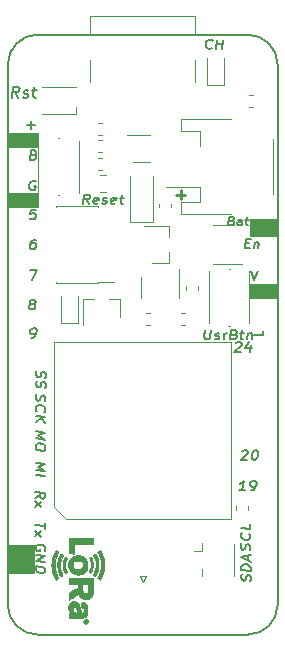
<source format=gto>
G04 #@! TF.GenerationSoftware,KiCad,Pcbnew,(5.1.4)-1*
G04 #@! TF.CreationDate,2019-11-09T19:33:29+01:00*
G04 #@! TF.ProjectId,TLM-4260-breakout-v1_0,544c4d2d-3432-4363-902d-627265616b6f,1.1*
G04 #@! TF.SameCoordinates,Original*
G04 #@! TF.FileFunction,Legend,Top*
G04 #@! TF.FilePolarity,Positive*
%FSLAX46Y46*%
G04 Gerber Fmt 4.6, Leading zero omitted, Abs format (unit mm)*
G04 Created by KiCad (PCBNEW (5.1.4)-1) date 2019-11-09 19:33:29*
%MOMM*%
%LPD*%
G04 APERTURE LIST*
%ADD10C,0.150000*%
%ADD11C,0.175000*%
%ADD12C,0.187500*%
%ADD13C,0.100000*%
%ADD14C,0.250000*%
%ADD15C,0.010000*%
%ADD16C,0.120000*%
G04 APERTURE END LIST*
D10*
X146050000Y-94000000D02*
X146050000Y-93650000D01*
X145350000Y-94000000D02*
X146050000Y-94000000D01*
D11*
X145095156Y-88616666D02*
X145274322Y-89316666D01*
X145628489Y-88616666D01*
X144636822Y-86250000D02*
X144903489Y-86250000D01*
X144971941Y-86616666D02*
X144590989Y-86616666D01*
X144678489Y-85916666D01*
X145059441Y-85916666D01*
X145373132Y-86150000D02*
X145314799Y-86616666D01*
X145364799Y-86216666D02*
X145407061Y-86183333D01*
X145487418Y-86150000D01*
X145601703Y-86150000D01*
X145673727Y-86183333D01*
X145703489Y-86250000D01*
X145657656Y-86616666D01*
X143436822Y-84350000D02*
X143546941Y-84383333D01*
X143580870Y-84416666D01*
X143610632Y-84483333D01*
X143598132Y-84583333D01*
X143551703Y-84650000D01*
X143509441Y-84683333D01*
X143429084Y-84716666D01*
X143124322Y-84716666D01*
X143211822Y-84016666D01*
X143478489Y-84016666D01*
X143550513Y-84050000D01*
X143584441Y-84083333D01*
X143614203Y-84150000D01*
X143605870Y-84216666D01*
X143559441Y-84283333D01*
X143517180Y-84316666D01*
X143436822Y-84350000D01*
X143170156Y-84350000D01*
X144267180Y-84716666D02*
X144313013Y-84350000D01*
X144283251Y-84283333D01*
X144211227Y-84250000D01*
X144058846Y-84250000D01*
X143978489Y-84283333D01*
X144271346Y-84683333D02*
X144190989Y-84716666D01*
X144000513Y-84716666D01*
X143928489Y-84683333D01*
X143898727Y-84616666D01*
X143907061Y-84550000D01*
X143953489Y-84483333D01*
X144033846Y-84450000D01*
X144224322Y-84450000D01*
X144304680Y-84416666D01*
X144592180Y-84250000D02*
X144896941Y-84250000D01*
X144735632Y-84016666D02*
X144660632Y-84616666D01*
X144690394Y-84683333D01*
X144762418Y-84716666D01*
X144838608Y-84716666D01*
D12*
X143769289Y-94688095D02*
X143816908Y-94650000D01*
X143907384Y-94611904D01*
X144121670Y-94611904D01*
X144202622Y-94650000D01*
X144240718Y-94688095D01*
X144274051Y-94764285D01*
X144264527Y-94840476D01*
X144207384Y-94954761D01*
X143635956Y-95411904D01*
X144193098Y-95411904D01*
X145031194Y-94878571D02*
X144964527Y-95411904D01*
X144855003Y-94573809D02*
X144569289Y-95145238D01*
X145126432Y-95145238D01*
X144319289Y-103838095D02*
X144366908Y-103800000D01*
X144457384Y-103761904D01*
X144671670Y-103761904D01*
X144752622Y-103800000D01*
X144790718Y-103838095D01*
X144824051Y-103914285D01*
X144814527Y-103990476D01*
X144757384Y-104104761D01*
X144185956Y-104561904D01*
X144743098Y-104561904D01*
X145400241Y-103761904D02*
X145485956Y-103761904D01*
X145566908Y-103800000D01*
X145605003Y-103838095D01*
X145638337Y-103914285D01*
X145662146Y-104066666D01*
X145638337Y-104257142D01*
X145576432Y-104409523D01*
X145524051Y-104485714D01*
X145476432Y-104523809D01*
X145385956Y-104561904D01*
X145300241Y-104561904D01*
X145219289Y-104523809D01*
X145181194Y-104485714D01*
X145147860Y-104409523D01*
X145124051Y-104257142D01*
X145147860Y-104066666D01*
X145209765Y-103914285D01*
X145262146Y-103838095D01*
X145309765Y-103800000D01*
X145400241Y-103761904D01*
X144593098Y-107161904D02*
X144078813Y-107161904D01*
X144335956Y-107161904D02*
X144435956Y-106361904D01*
X144335956Y-106476190D01*
X144240718Y-106552380D01*
X144150241Y-106590476D01*
X145021670Y-107161904D02*
X145193098Y-107161904D01*
X145283575Y-107123809D01*
X145331194Y-107085714D01*
X145431194Y-106971428D01*
X145493098Y-106819047D01*
X145531194Y-106514285D01*
X145497860Y-106438095D01*
X145459765Y-106400000D01*
X145378813Y-106361904D01*
X145207384Y-106361904D01*
X145116908Y-106400000D01*
X145069289Y-106438095D01*
X145016908Y-106514285D01*
X144993098Y-106704761D01*
X145026432Y-106780952D01*
X145064527Y-106819047D01*
X145145479Y-106857142D01*
X145316908Y-106857142D01*
X145407384Y-106819047D01*
X145455003Y-106780952D01*
X145507384Y-106704761D01*
D13*
G36*
X147200000Y-85600000D02*
G01*
X145000000Y-85600000D01*
X145000000Y-84200000D01*
X147200000Y-84200000D01*
X147200000Y-85600000D01*
G37*
X147200000Y-85600000D02*
X145000000Y-85600000D01*
X145000000Y-84200000D01*
X147200000Y-84200000D01*
X147200000Y-85600000D01*
G36*
X147200000Y-90900000D02*
G01*
X145000000Y-90900000D01*
X145000000Y-89700000D01*
X147200000Y-89700000D01*
X147200000Y-90900000D01*
G37*
X147200000Y-90900000D02*
X145000000Y-90900000D01*
X145000000Y-89700000D01*
X147200000Y-89700000D01*
X147200000Y-90900000D01*
G36*
X126700000Y-114200000D02*
G01*
X124600000Y-114200000D01*
X124600000Y-111800000D01*
X126700000Y-111800000D01*
X126700000Y-114200000D01*
G37*
X126700000Y-114200000D02*
X124600000Y-114200000D01*
X124600000Y-111800000D01*
X126700000Y-111800000D01*
X126700000Y-114200000D01*
G36*
X127000000Y-78100000D02*
G01*
X124600000Y-78100000D01*
X124600000Y-76900000D01*
X127000000Y-76900000D01*
X127000000Y-78100000D01*
G37*
X127000000Y-78100000D02*
X124600000Y-78100000D01*
X124600000Y-76900000D01*
X127000000Y-76900000D01*
X127000000Y-78100000D01*
D12*
X126845479Y-81000000D02*
X126764527Y-80961904D01*
X126635956Y-80961904D01*
X126502622Y-81000000D01*
X126407384Y-81076190D01*
X126355003Y-81152380D01*
X126293098Y-81304761D01*
X126278813Y-81419047D01*
X126302622Y-81571428D01*
X126335956Y-81647619D01*
X126412146Y-81723809D01*
X126535956Y-81761904D01*
X126621670Y-81761904D01*
X126755003Y-81723809D01*
X126802622Y-81685714D01*
X126835956Y-81419047D01*
X126664527Y-81419047D01*
D13*
G36*
X127000000Y-83200000D02*
G01*
X124600000Y-83200000D01*
X124600000Y-82000000D01*
X127000000Y-82000000D01*
X127000000Y-83200000D01*
G37*
X127000000Y-83200000D02*
X124600000Y-83200000D01*
X124600000Y-82000000D01*
X127000000Y-82000000D01*
X127000000Y-83200000D01*
D12*
X126107142Y-76264285D02*
X126792857Y-76264285D01*
X126450000Y-76607142D02*
X126450000Y-75921428D01*
X126460956Y-91379761D02*
X126380003Y-91341666D01*
X126341908Y-91303571D01*
X126308575Y-91227380D01*
X126313337Y-91189285D01*
X126365718Y-91113095D01*
X126413337Y-91075000D01*
X126503813Y-91036904D01*
X126675241Y-91036904D01*
X126756194Y-91075000D01*
X126794289Y-91113095D01*
X126827622Y-91189285D01*
X126822860Y-91227380D01*
X126770479Y-91303571D01*
X126722860Y-91341666D01*
X126632384Y-91379761D01*
X126460956Y-91379761D01*
X126370479Y-91417857D01*
X126322860Y-91455952D01*
X126270479Y-91532142D01*
X126251432Y-91684523D01*
X126284765Y-91760714D01*
X126322860Y-91798809D01*
X126403813Y-91836904D01*
X126575241Y-91836904D01*
X126665718Y-91798809D01*
X126713337Y-91760714D01*
X126765718Y-91684523D01*
X126784765Y-91532142D01*
X126751432Y-91455952D01*
X126713337Y-91417857D01*
X126632384Y-91379761D01*
X126364527Y-88536904D02*
X126964527Y-88536904D01*
X126478813Y-89336904D01*
X126393098Y-94261904D02*
X126564527Y-94261904D01*
X126655003Y-94223809D01*
X126702622Y-94185714D01*
X126802622Y-94071428D01*
X126864527Y-93919047D01*
X126902622Y-93614285D01*
X126869289Y-93538095D01*
X126831194Y-93500000D01*
X126750241Y-93461904D01*
X126578813Y-93461904D01*
X126488337Y-93500000D01*
X126440718Y-93538095D01*
X126388337Y-93614285D01*
X126364527Y-93804761D01*
X126397860Y-93880952D01*
X126435956Y-93919047D01*
X126516908Y-93957142D01*
X126688337Y-93957142D01*
X126778813Y-93919047D01*
X126826432Y-93880952D01*
X126878813Y-93804761D01*
X126860956Y-85936904D02*
X126689527Y-85936904D01*
X126599051Y-85975000D01*
X126551432Y-86013095D01*
X126451432Y-86127380D01*
X126389527Y-86279761D01*
X126351432Y-86584523D01*
X126384765Y-86660714D01*
X126422860Y-86698809D01*
X126503813Y-86736904D01*
X126675241Y-86736904D01*
X126765718Y-86698809D01*
X126813337Y-86660714D01*
X126865718Y-86584523D01*
X126889527Y-86394047D01*
X126856194Y-86317857D01*
X126818098Y-86279761D01*
X126737146Y-86241666D01*
X126565718Y-86241666D01*
X126475241Y-86279761D01*
X126427622Y-86317857D01*
X126375241Y-86394047D01*
X126878813Y-83411904D02*
X126450241Y-83411904D01*
X126359765Y-83792857D01*
X126407384Y-83754761D01*
X126497860Y-83716666D01*
X126712146Y-83716666D01*
X126793098Y-83754761D01*
X126831194Y-83792857D01*
X126864527Y-83869047D01*
X126840718Y-84059523D01*
X126788337Y-84135714D01*
X126740718Y-84173809D01*
X126650241Y-84211904D01*
X126435956Y-84211904D01*
X126355003Y-84173809D01*
X126316908Y-84135714D01*
X126901190Y-97058575D02*
X126863095Y-97182384D01*
X126863095Y-97396670D01*
X126901190Y-97487146D01*
X126939285Y-97534765D01*
X127015476Y-97587146D01*
X127091666Y-97596670D01*
X127167857Y-97563337D01*
X127205952Y-97525241D01*
X127244047Y-97444289D01*
X127282142Y-97277622D01*
X127320238Y-97196670D01*
X127358333Y-97158575D01*
X127434523Y-97125241D01*
X127510714Y-97134765D01*
X127586904Y-97187146D01*
X127625000Y-97234765D01*
X127663095Y-97325241D01*
X127663095Y-97539527D01*
X127625000Y-97663337D01*
X126901190Y-97915718D02*
X126863095Y-98039527D01*
X126863095Y-98253813D01*
X126901190Y-98344289D01*
X126939285Y-98391908D01*
X127015476Y-98444289D01*
X127091666Y-98453813D01*
X127167857Y-98420479D01*
X127205952Y-98382384D01*
X127244047Y-98301432D01*
X127282142Y-98134765D01*
X127320238Y-98053813D01*
X127358333Y-98015718D01*
X127434523Y-97982384D01*
X127510714Y-97991908D01*
X127586904Y-98044289D01*
X127625000Y-98091908D01*
X127663095Y-98182384D01*
X127663095Y-98396670D01*
X127625000Y-98520479D01*
X126876190Y-99037146D02*
X126838095Y-99160956D01*
X126838095Y-99375241D01*
X126876190Y-99465718D01*
X126914285Y-99513337D01*
X126990476Y-99565718D01*
X127066666Y-99575241D01*
X127142857Y-99541908D01*
X127180952Y-99503813D01*
X127219047Y-99422860D01*
X127257142Y-99256194D01*
X127295238Y-99175241D01*
X127333333Y-99137146D01*
X127409523Y-99103813D01*
X127485714Y-99113337D01*
X127561904Y-99165718D01*
X127600000Y-99213337D01*
X127638095Y-99303813D01*
X127638095Y-99518098D01*
X127600000Y-99641908D01*
X126914285Y-100456194D02*
X126876190Y-100408575D01*
X126838095Y-100275241D01*
X126838095Y-100189527D01*
X126876190Y-100065718D01*
X126952380Y-99989527D01*
X127028571Y-99956194D01*
X127180952Y-99932384D01*
X127295238Y-99946670D01*
X127447619Y-100008575D01*
X127523809Y-100060956D01*
X127600000Y-100156194D01*
X127638095Y-100289527D01*
X127638095Y-100375241D01*
X127600000Y-100499051D01*
X127561904Y-100537146D01*
X126838095Y-100832384D02*
X127638095Y-100932384D01*
X126838095Y-101346670D02*
X127295238Y-101018098D01*
X127638095Y-101446670D02*
X127180952Y-100875241D01*
X126838095Y-102168098D02*
X127638095Y-102268098D01*
X127066666Y-102496670D01*
X127638095Y-102868098D01*
X126838095Y-102768098D01*
X127638095Y-103468098D02*
X127638095Y-103639527D01*
X127600000Y-103720479D01*
X127523809Y-103796670D01*
X127371428Y-103820479D01*
X127104761Y-103787146D01*
X126952380Y-103725241D01*
X126876190Y-103630003D01*
X126838095Y-103539527D01*
X126838095Y-103368098D01*
X126876190Y-103287146D01*
X126952380Y-103210956D01*
X127104761Y-103187146D01*
X127371428Y-103220479D01*
X127523809Y-103282384D01*
X127600000Y-103377622D01*
X127638095Y-103468098D01*
X126838095Y-104850241D02*
X127638095Y-104950241D01*
X127066666Y-105178813D01*
X127638095Y-105550241D01*
X126838095Y-105450241D01*
X126838095Y-105878813D02*
X127638095Y-105978813D01*
X144948809Y-112252139D02*
X144986904Y-112128329D01*
X144986904Y-111914043D01*
X144948809Y-111823567D01*
X144910714Y-111775948D01*
X144834523Y-111723567D01*
X144758333Y-111714043D01*
X144682142Y-111747377D01*
X144644047Y-111785472D01*
X144605952Y-111866424D01*
X144567857Y-112033091D01*
X144529761Y-112114043D01*
X144491666Y-112152139D01*
X144415476Y-112185472D01*
X144339285Y-112175948D01*
X144263095Y-112123567D01*
X144225000Y-112075948D01*
X144186904Y-111985472D01*
X144186904Y-111771186D01*
X144225000Y-111647377D01*
X144910714Y-110833091D02*
X144948809Y-110880710D01*
X144986904Y-111014043D01*
X144986904Y-111099758D01*
X144948809Y-111223567D01*
X144872619Y-111299758D01*
X144796428Y-111333091D01*
X144644047Y-111356901D01*
X144529761Y-111342615D01*
X144377380Y-111280710D01*
X144301190Y-111228329D01*
X144225000Y-111133091D01*
X144186904Y-110999758D01*
X144186904Y-110914043D01*
X144225000Y-110790234D01*
X144263095Y-110752139D01*
X144986904Y-110028329D02*
X144986904Y-110456901D01*
X144186904Y-110356901D01*
X144998809Y-114873567D02*
X145036904Y-114749758D01*
X145036904Y-114535472D01*
X144998809Y-114444996D01*
X144960714Y-114397377D01*
X144884523Y-114344996D01*
X144808333Y-114335472D01*
X144732142Y-114368805D01*
X144694047Y-114406901D01*
X144655952Y-114487853D01*
X144617857Y-114654520D01*
X144579761Y-114735472D01*
X144541666Y-114773567D01*
X144465476Y-114806901D01*
X144389285Y-114797377D01*
X144313095Y-114744996D01*
X144275000Y-114697377D01*
X144236904Y-114606901D01*
X144236904Y-114392615D01*
X144275000Y-114268805D01*
X145036904Y-113978329D02*
X144236904Y-113878329D01*
X144236904Y-113664043D01*
X144275000Y-113540234D01*
X144351190Y-113464043D01*
X144427380Y-113430710D01*
X144579761Y-113406901D01*
X144694047Y-113421186D01*
X144846428Y-113483091D01*
X144922619Y-113535472D01*
X144998809Y-113630710D01*
X145036904Y-113764043D01*
X145036904Y-113978329D01*
X144808333Y-113092615D02*
X144808333Y-112664043D01*
X145036904Y-113206901D02*
X144236904Y-112806901D01*
X145036904Y-112606901D01*
X127600000Y-112324051D02*
X127638095Y-112243098D01*
X127638095Y-112114527D01*
X127600000Y-111981194D01*
X127523809Y-111885956D01*
X127447619Y-111833575D01*
X127295238Y-111771670D01*
X127180952Y-111757384D01*
X127028571Y-111781194D01*
X126952380Y-111814527D01*
X126876190Y-111890718D01*
X126838095Y-112014527D01*
X126838095Y-112100241D01*
X126876190Y-112233575D01*
X126914285Y-112281194D01*
X127180952Y-112314527D01*
X127180952Y-112143098D01*
X126838095Y-112657384D02*
X127638095Y-112757384D01*
X126838095Y-113171670D01*
X127638095Y-113271670D01*
X126838095Y-113600241D02*
X127638095Y-113700241D01*
X127638095Y-113914527D01*
X127600000Y-114038337D01*
X127523809Y-114114527D01*
X127447619Y-114147860D01*
X127295238Y-114171670D01*
X127180952Y-114157384D01*
X127028571Y-114095479D01*
X126952380Y-114043098D01*
X126876190Y-113947860D01*
X126838095Y-113814527D01*
X126838095Y-113600241D01*
X127588095Y-109943098D02*
X127588095Y-110457384D01*
X126788095Y-110100241D02*
X127588095Y-110200241D01*
X126788095Y-110571670D02*
X127321428Y-111109765D01*
X127321428Y-110638337D02*
X126788095Y-111043098D01*
X126788095Y-107778813D02*
X127169047Y-107526432D01*
X126788095Y-107264527D02*
X127588095Y-107364527D01*
X127588095Y-107707384D01*
X127550000Y-107788337D01*
X127511904Y-107826432D01*
X127435714Y-107859765D01*
X127321428Y-107845479D01*
X127245238Y-107793098D01*
X127207142Y-107745479D01*
X127169047Y-107655003D01*
X127169047Y-107312146D01*
X126788095Y-108078813D02*
X127321428Y-108616908D01*
X127321428Y-108145479D02*
X126788095Y-108550241D01*
X126681194Y-78742857D02*
X126805003Y-78780952D01*
X126843098Y-78819047D01*
X126876432Y-78895238D01*
X126862146Y-79009523D01*
X126809765Y-79085714D01*
X126762146Y-79123809D01*
X126671670Y-79161904D01*
X126328813Y-79161904D01*
X126428813Y-78361904D01*
X126728813Y-78361904D01*
X126809765Y-78400000D01*
X126847860Y-78438095D01*
X126881194Y-78514285D01*
X126871670Y-78590476D01*
X126819289Y-78666666D01*
X126771670Y-78704761D01*
X126681194Y-78742857D01*
X126381194Y-78742857D01*
X125374795Y-73907142D02*
X125095033Y-73478571D01*
X124803366Y-73907142D02*
X124915866Y-73007142D01*
X125296819Y-73007142D01*
X125386700Y-73050000D01*
X125428962Y-73092857D01*
X125465866Y-73178571D01*
X125449795Y-73307142D01*
X125391462Y-73392857D01*
X125338485Y-73435714D01*
X125237890Y-73478571D01*
X124856938Y-73478571D01*
X125761104Y-73864285D02*
X125850985Y-73907142D01*
X126041462Y-73907142D01*
X126142057Y-73864285D01*
X126200390Y-73778571D01*
X126205747Y-73735714D01*
X126168843Y-73650000D01*
X126078962Y-73607142D01*
X125936104Y-73607142D01*
X125846223Y-73564285D01*
X125809319Y-73478571D01*
X125814676Y-73435714D01*
X125873009Y-73350000D01*
X125973604Y-73307142D01*
X126116462Y-73307142D01*
X126206343Y-73350000D01*
X126545033Y-73307142D02*
X126925985Y-73307142D01*
X126725390Y-73007142D02*
X126628962Y-73778571D01*
X126665866Y-73864285D01*
X126755747Y-73907142D01*
X126850985Y-73907142D01*
X141734988Y-69692857D02*
X141687667Y-69728571D01*
X141554631Y-69764285D01*
X141468917Y-69764285D01*
X141344810Y-69728571D01*
X141268024Y-69657142D01*
X141234095Y-69585714D01*
X141209095Y-69442857D01*
X141222488Y-69335714D01*
X141283203Y-69192857D01*
X141334988Y-69121428D01*
X141429631Y-69050000D01*
X141562667Y-69014285D01*
X141648381Y-69014285D01*
X141772488Y-69050000D01*
X141810881Y-69085714D01*
X142111774Y-69764285D02*
X142205524Y-69014285D01*
X142160881Y-69371428D02*
X142675167Y-69371428D01*
X142626060Y-69764285D02*
X142719810Y-69014285D01*
D14*
X138719047Y-82121428D02*
X139480952Y-82121428D01*
X139100000Y-82502380D02*
X139100000Y-81740476D01*
D12*
X141173381Y-93614285D02*
X141097488Y-94221428D01*
X141131417Y-94292857D01*
X141169810Y-94328571D01*
X141251060Y-94364285D01*
X141422488Y-94364285D01*
X141512667Y-94328571D01*
X141559988Y-94292857D01*
X141611774Y-94221428D01*
X141687667Y-93614285D01*
X141984095Y-94328571D02*
X142065345Y-94364285D01*
X142236774Y-94364285D01*
X142326953Y-94328571D01*
X142378738Y-94257142D01*
X142383203Y-94221428D01*
X142349274Y-94150000D01*
X142268024Y-94114285D01*
X142139453Y-94114285D01*
X142058203Y-94078571D01*
X142024274Y-94007142D01*
X142028738Y-93971428D01*
X142080524Y-93900000D01*
X142170703Y-93864285D01*
X142299274Y-93864285D01*
X142380524Y-93900000D01*
X142751060Y-94364285D02*
X142813560Y-93864285D01*
X142795703Y-94007142D02*
X142847488Y-93935714D01*
X142894810Y-93900000D01*
X142984988Y-93864285D01*
X143070703Y-93864285D01*
X143657310Y-93971428D02*
X143781417Y-94007142D01*
X143819810Y-94042857D01*
X143853738Y-94114285D01*
X143840345Y-94221428D01*
X143788560Y-94292857D01*
X143741238Y-94328571D01*
X143651060Y-94364285D01*
X143308203Y-94364285D01*
X143401953Y-93614285D01*
X143701953Y-93614285D01*
X143783203Y-93650000D01*
X143821595Y-93685714D01*
X143855524Y-93757142D01*
X143846595Y-93828571D01*
X143794810Y-93900000D01*
X143747488Y-93935714D01*
X143657310Y-93971428D01*
X143357310Y-93971428D01*
X144142131Y-93864285D02*
X144484988Y-93864285D01*
X144301953Y-93614285D02*
X144221595Y-94257142D01*
X144255524Y-94328571D01*
X144336774Y-94364285D01*
X144422488Y-94364285D01*
X144784988Y-93864285D02*
X144722488Y-94364285D01*
X144776060Y-93935714D02*
X144823381Y-93900000D01*
X144913560Y-93864285D01*
X145042131Y-93864285D01*
X145123381Y-93900000D01*
X145157310Y-93971428D01*
X145108203Y-94364285D01*
X131354631Y-82889285D02*
X131099274Y-82532142D01*
X130840345Y-82889285D02*
X130934095Y-82139285D01*
X131276953Y-82139285D01*
X131358203Y-82175000D01*
X131396595Y-82210714D01*
X131430524Y-82282142D01*
X131417131Y-82389285D01*
X131365345Y-82460714D01*
X131318024Y-82496428D01*
X131227845Y-82532142D01*
X130884988Y-82532142D01*
X132087667Y-82853571D02*
X131997488Y-82889285D01*
X131826060Y-82889285D01*
X131744810Y-82853571D01*
X131710881Y-82782142D01*
X131746595Y-82496428D01*
X131798381Y-82425000D01*
X131888560Y-82389285D01*
X132059988Y-82389285D01*
X132141238Y-82425000D01*
X132175167Y-82496428D01*
X132166238Y-82567857D01*
X131728738Y-82639285D01*
X132473381Y-82853571D02*
X132554631Y-82889285D01*
X132726060Y-82889285D01*
X132816238Y-82853571D01*
X132868024Y-82782142D01*
X132872488Y-82746428D01*
X132838560Y-82675000D01*
X132757310Y-82639285D01*
X132628738Y-82639285D01*
X132547488Y-82603571D01*
X132513560Y-82532142D01*
X132518024Y-82496428D01*
X132569810Y-82425000D01*
X132659988Y-82389285D01*
X132788560Y-82389285D01*
X132869810Y-82425000D01*
X133587667Y-82853571D02*
X133497488Y-82889285D01*
X133326060Y-82889285D01*
X133244810Y-82853571D01*
X133210881Y-82782142D01*
X133246595Y-82496428D01*
X133298381Y-82425000D01*
X133388560Y-82389285D01*
X133559988Y-82389285D01*
X133641238Y-82425000D01*
X133675167Y-82496428D01*
X133666238Y-82567857D01*
X133228738Y-82639285D01*
X133945703Y-82389285D02*
X134288560Y-82389285D01*
X134105524Y-82139285D02*
X134025167Y-82782142D01*
X134059095Y-82853571D01*
X134140345Y-82889285D01*
X134226060Y-82889285D01*
D10*
X127000000Y-119380000D02*
G75*
G02X124460000Y-116840000I0J2540000D01*
G01*
X147320000Y-116840000D02*
G75*
G02X144780000Y-119380000I-2540000J0D01*
G01*
X144780000Y-68580000D02*
G75*
G02X147320000Y-71120000I0J-2540000D01*
G01*
X124460000Y-71120000D02*
G75*
G02X127000000Y-68580000I2540000J0D01*
G01*
X124460000Y-116840000D02*
X124460000Y-71120000D01*
X144780000Y-119380000D02*
X127000000Y-119380000D01*
X147320000Y-71120000D02*
X147320000Y-116840000D01*
X127000000Y-68580000D02*
X144780000Y-68580000D01*
D15*
G36*
X132630698Y-113425079D02*
G01*
X132627889Y-113530000D01*
X132621708Y-113689641D01*
X132612912Y-113812567D01*
X132599566Y-113912857D01*
X132579732Y-114004591D01*
X132551474Y-114101849D01*
X132547541Y-114114200D01*
X132514449Y-114206126D01*
X132469445Y-114316183D01*
X132418008Y-114432583D01*
X132365621Y-114543541D01*
X132317765Y-114637272D01*
X132279921Y-114701991D01*
X132265319Y-114720992D01*
X132239085Y-114712000D01*
X132176125Y-114670972D01*
X132078177Y-114599059D01*
X132054159Y-114580780D01*
X132060469Y-114556467D01*
X132085304Y-114497282D01*
X132124145Y-114413625D01*
X132148877Y-114362891D01*
X132267037Y-114071214D01*
X132339112Y-113770518D01*
X132365072Y-113466748D01*
X132344884Y-113165847D01*
X132278517Y-112873758D01*
X132165937Y-112596425D01*
X132158461Y-112581829D01*
X132113787Y-112495537D01*
X132078800Y-112427865D01*
X132059514Y-112390447D01*
X132057758Y-112387000D01*
X132073430Y-112367402D01*
X132120474Y-112331262D01*
X132158341Y-112305939D01*
X132238311Y-112263204D01*
X132287118Y-112257689D01*
X132294968Y-112262213D01*
X132331356Y-112309432D01*
X132377714Y-112394214D01*
X132429297Y-112505499D01*
X132481363Y-112632229D01*
X132529167Y-112763344D01*
X132567967Y-112887784D01*
X132575829Y-112917038D01*
X132601357Y-113021333D01*
X132618398Y-113110039D01*
X132628162Y-113197400D01*
X132631859Y-113297665D01*
X132630698Y-113425079D01*
X132630698Y-113425079D01*
G37*
X132630698Y-113425079D02*
X132627889Y-113530000D01*
X132621708Y-113689641D01*
X132612912Y-113812567D01*
X132599566Y-113912857D01*
X132579732Y-114004591D01*
X132551474Y-114101849D01*
X132547541Y-114114200D01*
X132514449Y-114206126D01*
X132469445Y-114316183D01*
X132418008Y-114432583D01*
X132365621Y-114543541D01*
X132317765Y-114637272D01*
X132279921Y-114701991D01*
X132265319Y-114720992D01*
X132239085Y-114712000D01*
X132176125Y-114670972D01*
X132078177Y-114599059D01*
X132054159Y-114580780D01*
X132060469Y-114556467D01*
X132085304Y-114497282D01*
X132124145Y-114413625D01*
X132148877Y-114362891D01*
X132267037Y-114071214D01*
X132339112Y-113770518D01*
X132365072Y-113466748D01*
X132344884Y-113165847D01*
X132278517Y-112873758D01*
X132165937Y-112596425D01*
X132158461Y-112581829D01*
X132113787Y-112495537D01*
X132078800Y-112427865D01*
X132059514Y-112390447D01*
X132057758Y-112387000D01*
X132073430Y-112367402D01*
X132120474Y-112331262D01*
X132158341Y-112305939D01*
X132238311Y-112263204D01*
X132287118Y-112257689D01*
X132294968Y-112262213D01*
X132331356Y-112309432D01*
X132377714Y-112394214D01*
X132429297Y-112505499D01*
X132481363Y-112632229D01*
X132529167Y-112763344D01*
X132567967Y-112887784D01*
X132575829Y-112917038D01*
X132601357Y-113021333D01*
X132618398Y-113110039D01*
X132628162Y-113197400D01*
X132631859Y-113297665D01*
X132630698Y-113425079D01*
G36*
X132105120Y-113859170D02*
G01*
X132013149Y-114142091D01*
X131958803Y-114260250D01*
X131914176Y-114345414D01*
X131877117Y-114409519D01*
X131853953Y-114441828D01*
X131850670Y-114443716D01*
X131823559Y-114427962D01*
X131774750Y-114389431D01*
X131756736Y-114373866D01*
X131678371Y-114304700D01*
X131762027Y-114152300D01*
X131854607Y-113932959D01*
X131908867Y-113684019D01*
X131924000Y-113447772D01*
X131908433Y-113221048D01*
X131859264Y-113002652D01*
X131772796Y-112779093D01*
X131701786Y-112637452D01*
X131716024Y-112617394D01*
X131757747Y-112583574D01*
X131810399Y-112547556D01*
X131857426Y-112520902D01*
X131878543Y-112514000D01*
X131893978Y-112535354D01*
X131924894Y-112592384D01*
X131965701Y-112674542D01*
X131983917Y-112712878D01*
X132087736Y-112992084D01*
X132142491Y-113279388D01*
X132148260Y-113570009D01*
X132105120Y-113859170D01*
X132105120Y-113859170D01*
G37*
X132105120Y-113859170D02*
X132013149Y-114142091D01*
X131958803Y-114260250D01*
X131914176Y-114345414D01*
X131877117Y-114409519D01*
X131853953Y-114441828D01*
X131850670Y-114443716D01*
X131823559Y-114427962D01*
X131774750Y-114389431D01*
X131756736Y-114373866D01*
X131678371Y-114304700D01*
X131762027Y-114152300D01*
X131854607Y-113932959D01*
X131908867Y-113684019D01*
X131924000Y-113447772D01*
X131908433Y-113221048D01*
X131859264Y-113002652D01*
X131772796Y-112779093D01*
X131701786Y-112637452D01*
X131716024Y-112617394D01*
X131757747Y-112583574D01*
X131810399Y-112547556D01*
X131857426Y-112520902D01*
X131878543Y-112514000D01*
X131893978Y-112535354D01*
X131924894Y-112592384D01*
X131965701Y-112674542D01*
X131983917Y-112712878D01*
X132087736Y-112992084D01*
X132142491Y-113279388D01*
X132148260Y-113570009D01*
X132105120Y-113859170D01*
G36*
X131640422Y-113728086D02*
G01*
X131595914Y-113908301D01*
X131528268Y-114060848D01*
X131488373Y-114119776D01*
X131461087Y-114147393D01*
X131432842Y-114144217D01*
X131390600Y-114114551D01*
X131348756Y-114076169D01*
X131344253Y-114043212D01*
X131361161Y-114010370D01*
X131441185Y-113836098D01*
X131486785Y-113637003D01*
X131497404Y-113426124D01*
X131472485Y-113216501D01*
X131411473Y-113021174D01*
X131404077Y-113004488D01*
X131344020Y-112872677D01*
X131409644Y-112829679D01*
X131457370Y-112802169D01*
X131484965Y-112805049D01*
X131509117Y-112832970D01*
X131583204Y-112971107D01*
X131633184Y-113141715D01*
X131659251Y-113332766D01*
X131661599Y-113532232D01*
X131640422Y-113728086D01*
X131640422Y-113728086D01*
G37*
X131640422Y-113728086D02*
X131595914Y-113908301D01*
X131528268Y-114060848D01*
X131488373Y-114119776D01*
X131461087Y-114147393D01*
X131432842Y-114144217D01*
X131390600Y-114114551D01*
X131348756Y-114076169D01*
X131344253Y-114043212D01*
X131361161Y-114010370D01*
X131441185Y-113836098D01*
X131486785Y-113637003D01*
X131497404Y-113426124D01*
X131472485Y-113216501D01*
X131411473Y-113021174D01*
X131404077Y-113004488D01*
X131344020Y-112872677D01*
X131409644Y-112829679D01*
X131457370Y-112802169D01*
X131484965Y-112805049D01*
X131509117Y-112832970D01*
X131583204Y-112971107D01*
X131633184Y-113141715D01*
X131659251Y-113332766D01*
X131661599Y-113532232D01*
X131640422Y-113728086D01*
G36*
X131252435Y-118318670D02*
G01*
X131201255Y-118395254D01*
X131120890Y-118447814D01*
X131036873Y-118450028D01*
X130951525Y-118401999D01*
X130931447Y-118383353D01*
X130872782Y-118305085D01*
X130863357Y-118231923D01*
X130903172Y-118156482D01*
X130931447Y-118125446D01*
X130948033Y-118111924D01*
X130948033Y-118165626D01*
X130933645Y-118190900D01*
X130922975Y-118273316D01*
X130953823Y-118349424D01*
X130978920Y-118375050D01*
X131035527Y-118402164D01*
X131065255Y-118406800D01*
X131126122Y-118385052D01*
X131179895Y-118332360D01*
X131209315Y-118267553D01*
X131210795Y-118248050D01*
X131207449Y-118214224D01*
X131197778Y-118223761D01*
X131182419Y-118263329D01*
X131156096Y-118313802D01*
X131117385Y-118326226D01*
X131086528Y-118321855D01*
X131025393Y-118321166D01*
X130987905Y-118337055D01*
X130964037Y-118350378D01*
X130958800Y-118325697D01*
X130979375Y-118281904D01*
X130996900Y-118270614D01*
X131030557Y-118243742D01*
X131035000Y-118229797D01*
X131014440Y-118206560D01*
X130996900Y-118203600D01*
X130962092Y-118186393D01*
X130957015Y-118171850D01*
X130948033Y-118165626D01*
X130948033Y-118111924D01*
X131000460Y-118069182D01*
X131023714Y-118063793D01*
X131023714Y-118106221D01*
X131001134Y-118118933D01*
X130987551Y-118136120D01*
X130998427Y-118145949D01*
X131044031Y-118152989D01*
X131087392Y-118157305D01*
X131091873Y-118157604D01*
X131091873Y-118214616D01*
X131087806Y-118239583D01*
X131092476Y-118272527D01*
X131101146Y-118272920D01*
X131107210Y-118238925D01*
X131103152Y-118224237D01*
X131091873Y-118214616D01*
X131091873Y-118157604D01*
X131149306Y-118161439D01*
X131167815Y-118155678D01*
X131149798Y-118137356D01*
X131146037Y-118134572D01*
X131083146Y-118106274D01*
X131023714Y-118106221D01*
X131023714Y-118063793D01*
X131063799Y-118054502D01*
X131140102Y-118078384D01*
X131160184Y-118088360D01*
X131233088Y-118150167D01*
X131264387Y-118231039D01*
X131252435Y-118318670D01*
X131252435Y-118318670D01*
G37*
X131252435Y-118318670D02*
X131201255Y-118395254D01*
X131120890Y-118447814D01*
X131036873Y-118450028D01*
X130951525Y-118401999D01*
X130931447Y-118383353D01*
X130872782Y-118305085D01*
X130863357Y-118231923D01*
X130903172Y-118156482D01*
X130931447Y-118125446D01*
X130948033Y-118111924D01*
X130948033Y-118165626D01*
X130933645Y-118190900D01*
X130922975Y-118273316D01*
X130953823Y-118349424D01*
X130978920Y-118375050D01*
X131035527Y-118402164D01*
X131065255Y-118406800D01*
X131126122Y-118385052D01*
X131179895Y-118332360D01*
X131209315Y-118267553D01*
X131210795Y-118248050D01*
X131207449Y-118214224D01*
X131197778Y-118223761D01*
X131182419Y-118263329D01*
X131156096Y-118313802D01*
X131117385Y-118326226D01*
X131086528Y-118321855D01*
X131025393Y-118321166D01*
X130987905Y-118337055D01*
X130964037Y-118350378D01*
X130958800Y-118325697D01*
X130979375Y-118281904D01*
X130996900Y-118270614D01*
X131030557Y-118243742D01*
X131035000Y-118229797D01*
X131014440Y-118206560D01*
X130996900Y-118203600D01*
X130962092Y-118186393D01*
X130957015Y-118171850D01*
X130948033Y-118165626D01*
X130948033Y-118111924D01*
X131000460Y-118069182D01*
X131023714Y-118063793D01*
X131023714Y-118106221D01*
X131001134Y-118118933D01*
X130987551Y-118136120D01*
X130998427Y-118145949D01*
X131044031Y-118152989D01*
X131087392Y-118157305D01*
X131091873Y-118157604D01*
X131091873Y-118214616D01*
X131087806Y-118239583D01*
X131092476Y-118272527D01*
X131101146Y-118272920D01*
X131107210Y-118238925D01*
X131103152Y-118224237D01*
X131091873Y-118214616D01*
X131091873Y-118157604D01*
X131149306Y-118161439D01*
X131167815Y-118155678D01*
X131149798Y-118137356D01*
X131146037Y-118134572D01*
X131083146Y-118106274D01*
X131023714Y-118106221D01*
X131023714Y-118063793D01*
X131063799Y-118054502D01*
X131140102Y-118078384D01*
X131160184Y-118088360D01*
X131233088Y-118150167D01*
X131264387Y-118231039D01*
X131252435Y-118318670D01*
G36*
X131682119Y-115451698D02*
G01*
X131679678Y-115627431D01*
X131674338Y-115765625D01*
X131665055Y-115872908D01*
X131650787Y-115955907D01*
X131630494Y-116021250D01*
X131603132Y-116075563D01*
X131567661Y-116125474D01*
X131536367Y-116162574D01*
X131410622Y-116270685D01*
X131256489Y-116339238D01*
X131082380Y-116369109D01*
X130976440Y-116372657D01*
X130894497Y-116362207D01*
X130810670Y-116333376D01*
X130772992Y-116316714D01*
X130682406Y-116262919D01*
X130596783Y-116191142D01*
X130527106Y-116113005D01*
X130484361Y-116040131D01*
X130476200Y-116002689D01*
X130464084Y-115971371D01*
X130455801Y-115968400D01*
X130428095Y-115980472D01*
X130364053Y-116013935D01*
X130271263Y-116064654D01*
X130157312Y-116128494D01*
X130055751Y-116186386D01*
X129930262Y-116258033D01*
X129819891Y-116320280D01*
X129732231Y-116368907D01*
X129674876Y-116399692D01*
X129655917Y-116408636D01*
X129647906Y-116386659D01*
X129641230Y-116323718D01*
X129636612Y-116229646D01*
X129634787Y-116120800D01*
X129633841Y-115828700D01*
X130003846Y-115625500D01*
X130373850Y-115422300D01*
X130374600Y-115131558D01*
X129625300Y-115117500D01*
X129618057Y-114856695D01*
X129616356Y-114729316D01*
X129620090Y-114645709D01*
X129629893Y-114599074D01*
X129643457Y-114583428D01*
X129675317Y-114580846D01*
X129752328Y-114578771D01*
X129868841Y-114577237D01*
X130019209Y-114576276D01*
X130197785Y-114575919D01*
X130398921Y-114576199D01*
X130616970Y-114577148D01*
X130679400Y-114577533D01*
X130757704Y-114578045D01*
X130757704Y-115130200D01*
X130764934Y-115403250D01*
X130770954Y-115526146D01*
X130781287Y-115631967D01*
X130794439Y-115707898D01*
X130803526Y-115734665D01*
X130864060Y-115798416D01*
X130952133Y-115833633D01*
X131053097Y-115840079D01*
X131152302Y-115817517D01*
X131235099Y-115765710D01*
X131256443Y-115742001D01*
X131272305Y-115693374D01*
X131282895Y-115597763D01*
X131287864Y-115458745D01*
X131288193Y-115415950D01*
X131289000Y-115130200D01*
X130757704Y-115130200D01*
X130757704Y-114578045D01*
X131682700Y-114584100D01*
X131682700Y-115231800D01*
X131682119Y-115451698D01*
X131682119Y-115451698D01*
G37*
X131682119Y-115451698D02*
X131679678Y-115627431D01*
X131674338Y-115765625D01*
X131665055Y-115872908D01*
X131650787Y-115955907D01*
X131630494Y-116021250D01*
X131603132Y-116075563D01*
X131567661Y-116125474D01*
X131536367Y-116162574D01*
X131410622Y-116270685D01*
X131256489Y-116339238D01*
X131082380Y-116369109D01*
X130976440Y-116372657D01*
X130894497Y-116362207D01*
X130810670Y-116333376D01*
X130772992Y-116316714D01*
X130682406Y-116262919D01*
X130596783Y-116191142D01*
X130527106Y-116113005D01*
X130484361Y-116040131D01*
X130476200Y-116002689D01*
X130464084Y-115971371D01*
X130455801Y-115968400D01*
X130428095Y-115980472D01*
X130364053Y-116013935D01*
X130271263Y-116064654D01*
X130157312Y-116128494D01*
X130055751Y-116186386D01*
X129930262Y-116258033D01*
X129819891Y-116320280D01*
X129732231Y-116368907D01*
X129674876Y-116399692D01*
X129655917Y-116408636D01*
X129647906Y-116386659D01*
X129641230Y-116323718D01*
X129636612Y-116229646D01*
X129634787Y-116120800D01*
X129633841Y-115828700D01*
X130003846Y-115625500D01*
X130373850Y-115422300D01*
X130374600Y-115131558D01*
X129625300Y-115117500D01*
X129618057Y-114856695D01*
X129616356Y-114729316D01*
X129620090Y-114645709D01*
X129629893Y-114599074D01*
X129643457Y-114583428D01*
X129675317Y-114580846D01*
X129752328Y-114578771D01*
X129868841Y-114577237D01*
X130019209Y-114576276D01*
X130197785Y-114575919D01*
X130398921Y-114576199D01*
X130616970Y-114577148D01*
X130679400Y-114577533D01*
X130757704Y-114578045D01*
X130757704Y-115130200D01*
X130764934Y-115403250D01*
X130770954Y-115526146D01*
X130781287Y-115631967D01*
X130794439Y-115707898D01*
X130803526Y-115734665D01*
X130864060Y-115798416D01*
X130952133Y-115833633D01*
X131053097Y-115840079D01*
X131152302Y-115817517D01*
X131235099Y-115765710D01*
X131256443Y-115742001D01*
X131272305Y-115693374D01*
X131282895Y-115597763D01*
X131287864Y-115458745D01*
X131288193Y-115415950D01*
X131289000Y-115130200D01*
X130757704Y-115130200D01*
X130757704Y-114578045D01*
X131682700Y-114584100D01*
X131682700Y-115231800D01*
X131682119Y-115451698D01*
G36*
X130069800Y-111701200D02*
G01*
X130069800Y-112515977D01*
X129847550Y-112508638D01*
X129625300Y-112501300D01*
X129618529Y-111834550D01*
X129611757Y-111167800D01*
X131695400Y-111167800D01*
X131695400Y-111701200D01*
X130069800Y-111701200D01*
X130069800Y-111701200D01*
G37*
X130069800Y-111701200D02*
X130069800Y-112515977D01*
X129847550Y-112508638D01*
X129625300Y-112501300D01*
X129618529Y-111834550D01*
X129611757Y-111167800D01*
X131695400Y-111167800D01*
X131695400Y-111701200D01*
X130069800Y-111701200D01*
G36*
X131210298Y-117372770D02*
G01*
X131196716Y-117521983D01*
X131172091Y-117651681D01*
X131140563Y-117739678D01*
X131103955Y-117804286D01*
X131063992Y-117855715D01*
X131014639Y-117895518D01*
X130949859Y-117925249D01*
X130863618Y-117946462D01*
X130749879Y-117960710D01*
X130602608Y-117969547D01*
X130415768Y-117974527D01*
X130218989Y-117976908D01*
X129632920Y-117981977D01*
X129632920Y-117781961D01*
X129633868Y-117681456D01*
X129639056Y-117619795D01*
X129652001Y-117585025D01*
X129676221Y-117565196D01*
X129699829Y-117554595D01*
X129745454Y-117533077D01*
X129747888Y-117512980D01*
X129716582Y-117481855D01*
X129652213Y-117393052D01*
X129610290Y-117271806D01*
X129592237Y-117131923D01*
X129599480Y-116987205D01*
X129633442Y-116851457D01*
X129647966Y-116816864D01*
X129724970Y-116694340D01*
X129824925Y-116614297D01*
X129953765Y-116573111D01*
X130059272Y-116565448D01*
X130123696Y-116572025D01*
X130123696Y-117015511D01*
X130049287Y-117022161D01*
X129990652Y-117063548D01*
X129958115Y-117106114D01*
X129945600Y-117158651D01*
X129948745Y-117240430D01*
X129949292Y-117246219D01*
X129964147Y-117334954D01*
X129993703Y-117393726D01*
X130034371Y-117433104D01*
X130100135Y-117470006D01*
X130186573Y-117499743D01*
X130272950Y-117516915D01*
X130338531Y-117516122D01*
X130345359Y-117514095D01*
X130351292Y-117487323D01*
X130341038Y-117426641D01*
X130318766Y-117344684D01*
X130288643Y-117254086D01*
X130254839Y-117167483D01*
X130221519Y-117097508D01*
X130195245Y-117059044D01*
X130123696Y-117015511D01*
X130123696Y-116572025D01*
X130188732Y-116578666D01*
X130298518Y-116620933D01*
X130391017Y-116695762D01*
X130468612Y-116806666D01*
X130533689Y-116957160D01*
X130588631Y-117150756D01*
X130635825Y-117390970D01*
X130640993Y-117422550D01*
X130656075Y-117485681D01*
X130682259Y-117512573D01*
X130725700Y-117517800D01*
X130820923Y-117495558D01*
X130888577Y-117432839D01*
X130918775Y-117354028D01*
X130918626Y-117252699D01*
X130883487Y-117166728D01*
X130820253Y-117108994D01*
X130779907Y-117094671D01*
X130704800Y-117079650D01*
X130704800Y-116854225D01*
X130705972Y-116740144D01*
X130713851Y-116669424D01*
X130734979Y-116634625D01*
X130775903Y-116628306D01*
X130843165Y-116643028D01*
X130881121Y-116653775D01*
X130989751Y-116708794D01*
X131086480Y-116802007D01*
X131159380Y-116920806D01*
X131177259Y-116966701D01*
X131201323Y-117079262D01*
X131212085Y-117219907D01*
X131210298Y-117372770D01*
X131210298Y-117372770D01*
G37*
X131210298Y-117372770D02*
X131196716Y-117521983D01*
X131172091Y-117651681D01*
X131140563Y-117739678D01*
X131103955Y-117804286D01*
X131063992Y-117855715D01*
X131014639Y-117895518D01*
X130949859Y-117925249D01*
X130863618Y-117946462D01*
X130749879Y-117960710D01*
X130602608Y-117969547D01*
X130415768Y-117974527D01*
X130218989Y-117976908D01*
X129632920Y-117981977D01*
X129632920Y-117781961D01*
X129633868Y-117681456D01*
X129639056Y-117619795D01*
X129652001Y-117585025D01*
X129676221Y-117565196D01*
X129699829Y-117554595D01*
X129745454Y-117533077D01*
X129747888Y-117512980D01*
X129716582Y-117481855D01*
X129652213Y-117393052D01*
X129610290Y-117271806D01*
X129592237Y-117131923D01*
X129599480Y-116987205D01*
X129633442Y-116851457D01*
X129647966Y-116816864D01*
X129724970Y-116694340D01*
X129824925Y-116614297D01*
X129953765Y-116573111D01*
X130059272Y-116565448D01*
X130123696Y-116572025D01*
X130123696Y-117015511D01*
X130049287Y-117022161D01*
X129990652Y-117063548D01*
X129958115Y-117106114D01*
X129945600Y-117158651D01*
X129948745Y-117240430D01*
X129949292Y-117246219D01*
X129964147Y-117334954D01*
X129993703Y-117393726D01*
X130034371Y-117433104D01*
X130100135Y-117470006D01*
X130186573Y-117499743D01*
X130272950Y-117516915D01*
X130338531Y-117516122D01*
X130345359Y-117514095D01*
X130351292Y-117487323D01*
X130341038Y-117426641D01*
X130318766Y-117344684D01*
X130288643Y-117254086D01*
X130254839Y-117167483D01*
X130221519Y-117097508D01*
X130195245Y-117059044D01*
X130123696Y-117015511D01*
X130123696Y-116572025D01*
X130188732Y-116578666D01*
X130298518Y-116620933D01*
X130391017Y-116695762D01*
X130468612Y-116806666D01*
X130533689Y-116957160D01*
X130588631Y-117150756D01*
X130635825Y-117390970D01*
X130640993Y-117422550D01*
X130656075Y-117485681D01*
X130682259Y-117512573D01*
X130725700Y-117517800D01*
X130820923Y-117495558D01*
X130888577Y-117432839D01*
X130918775Y-117354028D01*
X130918626Y-117252699D01*
X130883487Y-117166728D01*
X130820253Y-117108994D01*
X130779907Y-117094671D01*
X130704800Y-117079650D01*
X130704800Y-116854225D01*
X130705972Y-116740144D01*
X130713851Y-116669424D01*
X130734979Y-116634625D01*
X130775903Y-116628306D01*
X130843165Y-116643028D01*
X130881121Y-116653775D01*
X130989751Y-116708794D01*
X131086480Y-116802007D01*
X131159380Y-116920806D01*
X131177259Y-116966701D01*
X131201323Y-117079262D01*
X131212085Y-117219907D01*
X131210298Y-117372770D01*
G36*
X131198347Y-113601382D02*
G01*
X131191857Y-113699098D01*
X131178784Y-113773196D01*
X131157285Y-113837227D01*
X131146183Y-113862470D01*
X131055807Y-114005835D01*
X130930328Y-114132858D01*
X130799376Y-114220329D01*
X130689707Y-114258971D01*
X130548519Y-114282883D01*
X130393145Y-114291263D01*
X130240918Y-114283307D01*
X130109175Y-114258212D01*
X130092759Y-114253088D01*
X129949428Y-114182134D01*
X129816890Y-114073739D01*
X129709404Y-113941141D01*
X129661750Y-113852929D01*
X129623312Y-113728499D01*
X129599976Y-113576939D01*
X129592859Y-113417913D01*
X129603080Y-113271084D01*
X129623438Y-113178802D01*
X129704330Y-113006597D01*
X129821517Y-112865039D01*
X129968949Y-112756708D01*
X130140577Y-112684188D01*
X130330351Y-112650058D01*
X130400001Y-112652418D01*
X130400001Y-113123600D01*
X130237992Y-113140577D01*
X130109294Y-113189598D01*
X130017128Y-113267795D01*
X129964722Y-113372300D01*
X129955298Y-113500248D01*
X129957243Y-113517300D01*
X129975477Y-113598632D01*
X130002813Y-113667158D01*
X130007823Y-113675521D01*
X130080654Y-113749424D01*
X130187268Y-113796392D01*
X130332573Y-113818239D01*
X130400000Y-113820336D01*
X130569250Y-113805677D01*
X130699846Y-113760142D01*
X130790775Y-113684575D01*
X130841022Y-113579819D01*
X130849572Y-113446717D01*
X130849563Y-113446621D01*
X130816652Y-113321433D01*
X130743281Y-113225546D01*
X130631484Y-113160421D01*
X130483294Y-113127518D01*
X130400001Y-113123600D01*
X130400001Y-112652418D01*
X130532223Y-112656901D01*
X130733589Y-112705030D01*
X130886504Y-112783262D01*
X131021227Y-112903876D01*
X131124710Y-113050986D01*
X131158173Y-113114779D01*
X131179943Y-113170383D01*
X131192516Y-113231547D01*
X131198386Y-113312025D01*
X131200049Y-113425566D01*
X131200100Y-113466500D01*
X131198347Y-113601382D01*
X131198347Y-113601382D01*
G37*
X131198347Y-113601382D02*
X131191857Y-113699098D01*
X131178784Y-113773196D01*
X131157285Y-113837227D01*
X131146183Y-113862470D01*
X131055807Y-114005835D01*
X130930328Y-114132858D01*
X130799376Y-114220329D01*
X130689707Y-114258971D01*
X130548519Y-114282883D01*
X130393145Y-114291263D01*
X130240918Y-114283307D01*
X130109175Y-114258212D01*
X130092759Y-114253088D01*
X129949428Y-114182134D01*
X129816890Y-114073739D01*
X129709404Y-113941141D01*
X129661750Y-113852929D01*
X129623312Y-113728499D01*
X129599976Y-113576939D01*
X129592859Y-113417913D01*
X129603080Y-113271084D01*
X129623438Y-113178802D01*
X129704330Y-113006597D01*
X129821517Y-112865039D01*
X129968949Y-112756708D01*
X130140577Y-112684188D01*
X130330351Y-112650058D01*
X130400001Y-112652418D01*
X130400001Y-113123600D01*
X130237992Y-113140577D01*
X130109294Y-113189598D01*
X130017128Y-113267795D01*
X129964722Y-113372300D01*
X129955298Y-113500248D01*
X129957243Y-113517300D01*
X129975477Y-113598632D01*
X130002813Y-113667158D01*
X130007823Y-113675521D01*
X130080654Y-113749424D01*
X130187268Y-113796392D01*
X130332573Y-113818239D01*
X130400000Y-113820336D01*
X130569250Y-113805677D01*
X130699846Y-113760142D01*
X130790775Y-113684575D01*
X130841022Y-113579819D01*
X130849572Y-113446717D01*
X130849563Y-113446621D01*
X130816652Y-113321433D01*
X130743281Y-113225546D01*
X130631484Y-113160421D01*
X130483294Y-113127518D01*
X130400001Y-113123600D01*
X130400001Y-112652418D01*
X130532223Y-112656901D01*
X130733589Y-112705030D01*
X130886504Y-112783262D01*
X131021227Y-112903876D01*
X131124710Y-113050986D01*
X131158173Y-113114779D01*
X131179943Y-113170383D01*
X131192516Y-113231547D01*
X131198386Y-113312025D01*
X131200049Y-113425566D01*
X131200100Y-113466500D01*
X131198347Y-113601382D01*
G36*
X129399435Y-113022131D02*
G01*
X129326997Y-113238761D01*
X129299050Y-113466214D01*
X129315657Y-113693545D01*
X129376880Y-113909809D01*
X129394058Y-113949836D01*
X129452250Y-114077572D01*
X129388972Y-114125303D01*
X129343458Y-114156401D01*
X129317420Y-114156193D01*
X129291365Y-114126086D01*
X129228661Y-114008870D01*
X129180451Y-113856305D01*
X129148305Y-113682168D01*
X129133796Y-113500239D01*
X129138492Y-113324298D01*
X129163966Y-113168122D01*
X129177088Y-113123600D01*
X129217856Y-113012027D01*
X129259511Y-112913875D01*
X129297223Y-112839237D01*
X129326161Y-112798208D01*
X129335091Y-112793400D01*
X129366039Y-112807820D01*
X129408028Y-112837981D01*
X129463084Y-112882562D01*
X129399435Y-113022131D01*
X129399435Y-113022131D01*
G37*
X129399435Y-113022131D02*
X129326997Y-113238761D01*
X129299050Y-113466214D01*
X129315657Y-113693545D01*
X129376880Y-113909809D01*
X129394058Y-113949836D01*
X129452250Y-114077572D01*
X129388972Y-114125303D01*
X129343458Y-114156401D01*
X129317420Y-114156193D01*
X129291365Y-114126086D01*
X129228661Y-114008870D01*
X129180451Y-113856305D01*
X129148305Y-113682168D01*
X129133796Y-113500239D01*
X129138492Y-113324298D01*
X129163966Y-113168122D01*
X129177088Y-113123600D01*
X129217856Y-113012027D01*
X129259511Y-112913875D01*
X129297223Y-112839237D01*
X129326161Y-112798208D01*
X129335091Y-112793400D01*
X129366039Y-112807820D01*
X129408028Y-112837981D01*
X129463084Y-112882562D01*
X129399435Y-113022131D01*
G36*
X129034648Y-112797258D02*
G01*
X128941150Y-113026803D01*
X128889994Y-113256505D01*
X128876376Y-113478186D01*
X128896162Y-113747979D01*
X128955742Y-113992189D01*
X129029830Y-114167831D01*
X129067721Y-114245784D01*
X129092885Y-114303224D01*
X129100042Y-114328072D01*
X129099914Y-114328195D01*
X129075859Y-114344878D01*
X129026101Y-114379265D01*
X129010523Y-114390020D01*
X128929145Y-114446190D01*
X128891189Y-114388145D01*
X128802507Y-114218633D01*
X128731305Y-114014835D01*
X128680311Y-113791077D01*
X128652253Y-113561684D01*
X128649861Y-113340980D01*
X128664840Y-113199800D01*
X128685223Y-113110720D01*
X128718328Y-113002780D01*
X128760031Y-112885913D01*
X128806210Y-112770053D01*
X128852742Y-112665135D01*
X128895505Y-112581095D01*
X128930375Y-112527865D01*
X128949389Y-112514126D01*
X128977478Y-112528633D01*
X129027303Y-112564350D01*
X129039896Y-112574257D01*
X129114891Y-112634263D01*
X129034648Y-112797258D01*
X129034648Y-112797258D01*
G37*
X129034648Y-112797258D02*
X128941150Y-113026803D01*
X128889994Y-113256505D01*
X128876376Y-113478186D01*
X128896162Y-113747979D01*
X128955742Y-113992189D01*
X129029830Y-114167831D01*
X129067721Y-114245784D01*
X129092885Y-114303224D01*
X129100042Y-114328072D01*
X129099914Y-114328195D01*
X129075859Y-114344878D01*
X129026101Y-114379265D01*
X129010523Y-114390020D01*
X128929145Y-114446190D01*
X128891189Y-114388145D01*
X128802507Y-114218633D01*
X128731305Y-114014835D01*
X128680311Y-113791077D01*
X128652253Y-113561684D01*
X128649861Y-113340980D01*
X128664840Y-113199800D01*
X128685223Y-113110720D01*
X128718328Y-113002780D01*
X128760031Y-112885913D01*
X128806210Y-112770053D01*
X128852742Y-112665135D01*
X128895505Y-112581095D01*
X128930375Y-112527865D01*
X128949389Y-112514126D01*
X128977478Y-112528633D01*
X129027303Y-112564350D01*
X129039896Y-112574257D01*
X129114891Y-112634263D01*
X129034648Y-112797258D01*
G36*
X128738710Y-112403001D02*
G01*
X128710948Y-112465580D01*
X128670378Y-112553237D01*
X128637275Y-112623114D01*
X128541084Y-112849527D01*
X128478780Y-113062343D01*
X128445958Y-113281341D01*
X128438110Y-113517300D01*
X128463943Y-113826514D01*
X128534204Y-114118425D01*
X128647453Y-114387255D01*
X128660735Y-114412004D01*
X128747330Y-114570109D01*
X128635704Y-114646909D01*
X128524078Y-114723710D01*
X128448002Y-114590405D01*
X128309320Y-114298622D01*
X128217684Y-113990727D01*
X128172410Y-113664020D01*
X128166998Y-113479200D01*
X128171044Y-113341644D01*
X128180490Y-113203354D01*
X128193772Y-113083520D01*
X128204274Y-113022000D01*
X128247331Y-112851245D01*
X128302975Y-112692014D01*
X128379347Y-112522063D01*
X128408771Y-112463200D01*
X128463692Y-112355614D01*
X128502188Y-112287189D01*
X128531985Y-112252392D01*
X128560811Y-112245692D01*
X128596393Y-112261559D01*
X128645438Y-112293786D01*
X128705441Y-112336008D01*
X128742823Y-112367152D01*
X128749000Y-112375824D01*
X128738710Y-112403001D01*
X128738710Y-112403001D01*
G37*
X128738710Y-112403001D02*
X128710948Y-112465580D01*
X128670378Y-112553237D01*
X128637275Y-112623114D01*
X128541084Y-112849527D01*
X128478780Y-113062343D01*
X128445958Y-113281341D01*
X128438110Y-113517300D01*
X128463943Y-113826514D01*
X128534204Y-114118425D01*
X128647453Y-114387255D01*
X128660735Y-114412004D01*
X128747330Y-114570109D01*
X128635704Y-114646909D01*
X128524078Y-114723710D01*
X128448002Y-114590405D01*
X128309320Y-114298622D01*
X128217684Y-113990727D01*
X128172410Y-113664020D01*
X128166998Y-113479200D01*
X128171044Y-113341644D01*
X128180490Y-113203354D01*
X128193772Y-113083520D01*
X128204274Y-113022000D01*
X128247331Y-112851245D01*
X128302975Y-112692014D01*
X128379347Y-112522063D01*
X128408771Y-112463200D01*
X128463692Y-112355614D01*
X128502188Y-112287189D01*
X128531985Y-112252392D01*
X128560811Y-112245692D01*
X128596393Y-112261559D01*
X128645438Y-112293786D01*
X128705441Y-112336008D01*
X128742823Y-112367152D01*
X128749000Y-112375824D01*
X128738710Y-112403001D01*
D16*
X134800000Y-84450000D02*
X136800000Y-84450000D01*
X136800000Y-84450000D02*
X136800000Y-80550000D01*
X134800000Y-84450000D02*
X134800000Y-80550000D01*
X143595000Y-111690000D02*
X143595000Y-114390000D01*
X140875000Y-112280000D02*
X140245000Y-112280000D01*
X140875000Y-114440000D02*
X140875000Y-113800000D01*
X140875000Y-111640000D02*
X140875000Y-112280000D01*
X143390000Y-83810000D02*
X139140000Y-83810000D01*
X139140000Y-83810000D02*
X139140000Y-82790000D01*
X139140000Y-82790000D02*
X140740000Y-82790000D01*
X140740000Y-82790000D02*
X140740000Y-81510000D01*
X140740000Y-81510000D02*
X137850000Y-81510000D01*
X143390000Y-75690000D02*
X139140000Y-75690000D01*
X139140000Y-75690000D02*
X139140000Y-76710000D01*
X139140000Y-76710000D02*
X140740000Y-76710000D01*
X140740000Y-76710000D02*
X140740000Y-77990000D01*
X146960000Y-82090000D02*
X146960000Y-77410000D01*
X145252779Y-74720000D02*
X144927221Y-74720000D01*
X145252779Y-73700000D02*
X144927221Y-73700000D01*
X132462779Y-77110000D02*
X132137221Y-77110000D01*
X132462779Y-76090000D02*
X132137221Y-76090000D01*
X132137221Y-80010000D02*
X132462779Y-80010000D01*
X132137221Y-78990000D02*
X132462779Y-78990000D01*
X139590000Y-89837221D02*
X139590000Y-90162779D01*
X140610000Y-89837221D02*
X140610000Y-90162779D01*
X143762000Y-108498421D02*
X143762000Y-108823979D01*
X144782000Y-108498421D02*
X144782000Y-108823979D01*
X139137221Y-93160000D02*
X139462779Y-93160000D01*
X139137221Y-92140000D02*
X139462779Y-92140000D01*
X136512779Y-93160000D02*
X136187221Y-93160000D01*
X136512779Y-92140000D02*
X136187221Y-92140000D01*
X141301800Y-70523200D02*
X141301800Y-72808200D01*
X141301800Y-72808200D02*
X142771800Y-72808200D01*
X142771800Y-72808200D02*
X142771800Y-70523200D01*
X130228000Y-74718000D02*
X130228000Y-75318000D01*
X130228000Y-75318000D02*
X127328000Y-75318000D01*
X130228000Y-73018000D02*
X127328000Y-73018000D01*
X130435000Y-93035000D02*
X130435000Y-90750000D01*
X128965000Y-93035000D02*
X130435000Y-93035000D01*
X128965000Y-90750000D02*
X128965000Y-93035000D01*
X132241422Y-80490000D02*
X132758578Y-80490000D01*
X132241422Y-81910000D02*
X132758578Y-81910000D01*
X132462779Y-78560000D02*
X132137221Y-78560000D01*
X132462779Y-77540000D02*
X132137221Y-77540000D01*
X132115000Y-89585000D02*
X128585000Y-89585000D01*
X132115000Y-83115000D02*
X128585000Y-83115000D01*
X133440000Y-89520000D02*
X132115000Y-89520000D01*
X132115000Y-89585000D02*
X132115000Y-89520000D01*
X128585000Y-89585000D02*
X128585000Y-89520000D01*
X132115000Y-83180000D02*
X132115000Y-83115000D01*
X128585000Y-83180000D02*
X128585000Y-83115000D01*
X135640000Y-114430000D02*
X135890000Y-114930000D01*
X136140000Y-114430000D02*
X135640000Y-114430000D01*
X135890000Y-114930000D02*
X136140000Y-114430000D01*
X143650000Y-84740000D02*
X141850000Y-84740000D01*
X141850000Y-87960000D02*
X144300000Y-87960000D01*
X136500000Y-77040000D02*
X134600000Y-77040000D01*
X135100000Y-79360000D02*
X136500000Y-79360000D01*
X133980000Y-90990000D02*
X133050000Y-90990000D01*
X130820000Y-90990000D02*
X131750000Y-90990000D01*
X130820000Y-90990000D02*
X130820000Y-93150000D01*
X133980000Y-90990000D02*
X133980000Y-92450000D01*
X138960000Y-90900000D02*
X138960000Y-88450000D01*
X135740000Y-89100000D02*
X135740000Y-90900000D01*
X131420000Y-67042000D02*
X140360000Y-67042000D01*
X131420000Y-72552000D02*
X131420000Y-70752000D01*
X131420000Y-67042000D02*
X131420000Y-68502000D01*
X140360000Y-67042000D02*
X140360000Y-68502000D01*
X140360000Y-72552000D02*
X140360000Y-70752000D01*
X128728000Y-77336000D02*
X128828000Y-77336000D01*
X130488000Y-81956000D02*
X130488000Y-77556000D01*
X127068000Y-77556000D02*
X127068000Y-81956000D01*
X128718000Y-82166000D02*
X128818000Y-82166000D01*
X138310000Y-82887221D02*
X138310000Y-83212779D01*
X137290000Y-82887221D02*
X137290000Y-83212779D01*
X138160000Y-87930000D02*
X138160000Y-87000000D01*
X138160000Y-84770000D02*
X138160000Y-85700000D01*
X138160000Y-84770000D02*
X136000000Y-84770000D01*
X138160000Y-87930000D02*
X136700000Y-87930000D01*
X128390000Y-108601000D02*
X129390000Y-109601000D01*
X143390000Y-109601000D02*
X129390000Y-109601000D01*
X128390000Y-94601000D02*
X128390000Y-108601000D01*
X143390000Y-94601000D02*
X128390000Y-94601000D01*
X143390000Y-109601000D02*
X143390000Y-94601000D01*
X143250000Y-93240000D02*
X143150000Y-93240000D01*
X141490000Y-88620000D02*
X141490000Y-93020000D01*
X144910000Y-93020000D02*
X144910000Y-88620000D01*
X143260000Y-88410000D02*
X143160000Y-88410000D01*
M02*

</source>
